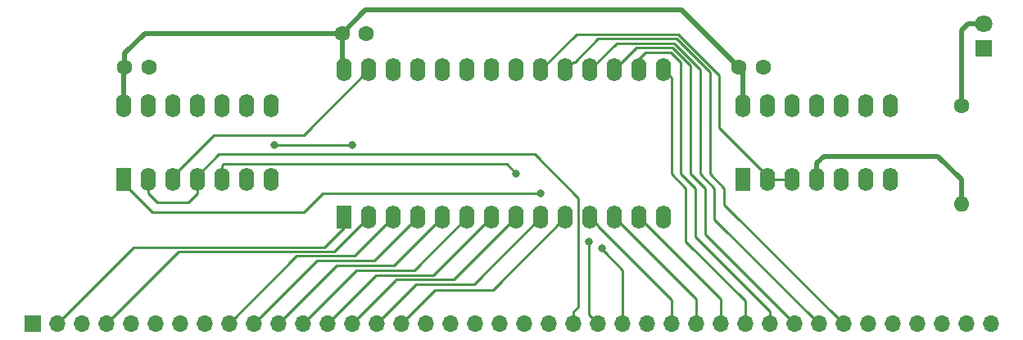
<source format=gbr>
G04 #@! TF.GenerationSoftware,KiCad,Pcbnew,(5.1.2)-2*
G04 #@! TF.CreationDate,2021-09-18T22:38:44+02:00*
G04 #@! TF.ProjectId,aZ80_RAM,615a3830-5f52-4414-9d2e-6b696361645f,rev?*
G04 #@! TF.SameCoordinates,Original*
G04 #@! TF.FileFunction,Copper,L1,Top*
G04 #@! TF.FilePolarity,Positive*
%FSLAX46Y46*%
G04 Gerber Fmt 4.6, Leading zero omitted, Abs format (unit mm)*
G04 Created by KiCad (PCBNEW (5.1.2)-2) date 2021-09-18 22:38:44*
%MOMM*%
%LPD*%
G04 APERTURE LIST*
%ADD10O,1.600000X1.600000*%
%ADD11C,1.600000*%
%ADD12O,1.600000X2.400000*%
%ADD13R,1.600000X2.400000*%
%ADD14C,1.800000*%
%ADD15R,1.800000X1.800000*%
%ADD16O,1.700000X1.700000*%
%ADD17R,1.700000X1.700000*%
%ADD18C,0.800000*%
%ADD19C,0.500000*%
%ADD20C,0.250000*%
G04 APERTURE END LIST*
D10*
X185000000Y-97660000D03*
D11*
X185000000Y-87500000D03*
X123500000Y-80000000D03*
X121000000Y-80000000D03*
D12*
X121220000Y-83760000D03*
X154240000Y-99000000D03*
X123760000Y-83760000D03*
X151700000Y-99000000D03*
X126300000Y-83760000D03*
X149160000Y-99000000D03*
X128840000Y-83760000D03*
X146620000Y-99000000D03*
X131380000Y-83760000D03*
X144080000Y-99000000D03*
X133920000Y-83760000D03*
X141540000Y-99000000D03*
X136460000Y-83760000D03*
X139000000Y-99000000D03*
X139000000Y-83760000D03*
X136460000Y-99000000D03*
X141540000Y-83760000D03*
X133920000Y-99000000D03*
X144080000Y-83760000D03*
X131380000Y-99000000D03*
X146620000Y-83760000D03*
X128840000Y-99000000D03*
X149160000Y-83760000D03*
X126300000Y-99000000D03*
X151700000Y-83760000D03*
X123760000Y-99000000D03*
X154240000Y-83760000D03*
D13*
X121220000Y-99000000D03*
D12*
X98420000Y-87500000D03*
X113660000Y-95120000D03*
X100960000Y-87500000D03*
X111120000Y-95120000D03*
X103500000Y-87500000D03*
X108580000Y-95120000D03*
X106040000Y-87500000D03*
X106040000Y-95120000D03*
X108580000Y-87500000D03*
X103500000Y-95120000D03*
X111120000Y-87500000D03*
X100960000Y-95120000D03*
X113660000Y-87500000D03*
D13*
X98420000Y-95120000D03*
D12*
X162460000Y-87500000D03*
X177700000Y-95120000D03*
X165000000Y-87500000D03*
X175160000Y-95120000D03*
X167540000Y-87500000D03*
X172620000Y-95120000D03*
X170080000Y-87500000D03*
X170080000Y-95120000D03*
X172620000Y-87500000D03*
X167540000Y-95120000D03*
X175160000Y-87500000D03*
X165000000Y-95120000D03*
X177700000Y-87500000D03*
D13*
X162460000Y-95120000D03*
D14*
X187325000Y-78994000D03*
D15*
X187325000Y-81534000D03*
D11*
X101000000Y-83500000D03*
X98500000Y-83500000D03*
X164500000Y-83500000D03*
X162000000Y-83500000D03*
D16*
X188060000Y-110000000D03*
X185520000Y-110000000D03*
X182980000Y-110000000D03*
X180440000Y-110000000D03*
X177900000Y-110000000D03*
X175360000Y-110000000D03*
X172820000Y-110000000D03*
X170280000Y-110000000D03*
X167740000Y-110000000D03*
X165200000Y-110000000D03*
X162660000Y-110000000D03*
X160120000Y-110000000D03*
X157580000Y-110000000D03*
X155040000Y-110000000D03*
X152500000Y-110000000D03*
X149960000Y-110000000D03*
X147420000Y-110000000D03*
X144880000Y-110000000D03*
X142340000Y-110000000D03*
X139800000Y-110000000D03*
X137260000Y-110000000D03*
X134720000Y-110000000D03*
X132180000Y-110000000D03*
X129640000Y-110000000D03*
X127100000Y-110000000D03*
X124560000Y-110000000D03*
X122020000Y-110000000D03*
X119480000Y-110000000D03*
X116940000Y-110000000D03*
X114400000Y-110000000D03*
X111860000Y-110000000D03*
X109320000Y-110000000D03*
X106780000Y-110000000D03*
X104240000Y-110000000D03*
X101700000Y-110000000D03*
X99160000Y-110000000D03*
X96620000Y-110000000D03*
X94080000Y-110000000D03*
X91540000Y-110000000D03*
D17*
X89000000Y-110000000D03*
D18*
X139000000Y-94500000D03*
X147828000Y-102235000D03*
X141500000Y-96500000D03*
X146500000Y-101500000D03*
X122000000Y-91500000D03*
X114000000Y-91500000D03*
D19*
X182980000Y-109450000D02*
X182980000Y-110000000D01*
D20*
X144879999Y-82960001D02*
X145039999Y-82960001D01*
X144080000Y-83760000D02*
X144879999Y-82960001D01*
X147450009Y-80549991D02*
X155549991Y-80549991D01*
X145039999Y-82960001D02*
X147450009Y-80549991D01*
X155549991Y-80549991D02*
X159000000Y-84000000D01*
X159000000Y-84000000D02*
X159000000Y-94500000D01*
X159000000Y-94500000D02*
X160500000Y-96000000D01*
X160500000Y-97680000D02*
X172820000Y-110000000D01*
X160500000Y-96000000D02*
X160500000Y-97680000D01*
X146620000Y-83760000D02*
X149380000Y-81000000D01*
X155272820Y-81000000D02*
X158000000Y-83727180D01*
X149380000Y-81000000D02*
X155272820Y-81000000D01*
X158000000Y-83727180D02*
X158000000Y-94500000D01*
X158000000Y-94500000D02*
X159500000Y-96000000D01*
X159500000Y-99220000D02*
X170280000Y-110000000D01*
X159500000Y-96000000D02*
X159500000Y-99220000D01*
X149160000Y-83760000D02*
X151420000Y-81500000D01*
X155136410Y-81500000D02*
X157000000Y-83363590D01*
X151420000Y-81500000D02*
X155136410Y-81500000D01*
X157000000Y-83363590D02*
X157000000Y-94500000D01*
X157000000Y-94500000D02*
X158500000Y-96000000D01*
X158500000Y-100760000D02*
X167740000Y-110000000D01*
X158500000Y-96000000D02*
X158500000Y-100760000D01*
X151700000Y-82628630D02*
X152328630Y-82000000D01*
X151700000Y-83760000D02*
X151700000Y-82628630D01*
X152328630Y-82000000D02*
X155000000Y-82000000D01*
X155000000Y-82000000D02*
X156000000Y-83000000D01*
X156000000Y-83000000D02*
X156000000Y-94500000D01*
X156000000Y-94500000D02*
X157500000Y-96000000D01*
X157500000Y-96000000D02*
X157500000Y-101000000D01*
X165200000Y-108700000D02*
X165200000Y-110000000D01*
X157500000Y-101000000D02*
X165200000Y-108700000D01*
X155039999Y-84559999D02*
X155039999Y-94539999D01*
X154240000Y-83760000D02*
X155039999Y-84559999D01*
X155039999Y-94539999D02*
X156500000Y-96000000D01*
X156500000Y-96000000D02*
X156500000Y-101500000D01*
X162660000Y-107660000D02*
X162660000Y-110000000D01*
X156500000Y-101500000D02*
X162660000Y-107660000D01*
X160120000Y-107420000D02*
X160120000Y-110000000D01*
X151700000Y-99000000D02*
X160120000Y-107420000D01*
X157580000Y-107420000D02*
X157580000Y-110000000D01*
X149160000Y-99000000D02*
X157580000Y-107420000D01*
X147419999Y-99799999D02*
X147419999Y-99919999D01*
X146620000Y-99000000D02*
X147419999Y-99799999D01*
X155040000Y-107540000D02*
X155040000Y-110000000D01*
X147419999Y-99919999D02*
X155040000Y-107540000D01*
D19*
X98420000Y-83580000D02*
X98500000Y-83500000D01*
X98420000Y-87500000D02*
X98420000Y-83580000D01*
X100594000Y-80000000D02*
X121000000Y-80000000D01*
X98500000Y-83500000D02*
X98500000Y-82094000D01*
X98500000Y-82094000D02*
X100594000Y-80000000D01*
X121000000Y-83540000D02*
X121220000Y-83760000D01*
X121000000Y-80000000D02*
X121000000Y-83540000D01*
X162460000Y-83960000D02*
X162000000Y-83500000D01*
X162460000Y-87500000D02*
X162460000Y-83960000D01*
X162000000Y-83500000D02*
X156097000Y-77597000D01*
X123403000Y-77597000D02*
X121000000Y-80000000D01*
X156097000Y-77597000D02*
X123403000Y-77597000D01*
D20*
X144080000Y-99000000D02*
X136580000Y-106500000D01*
X130600000Y-106500000D02*
X127100000Y-110000000D01*
X136580000Y-106500000D02*
X130600000Y-106500000D01*
X125409999Y-109150001D02*
X124560000Y-110000000D01*
X128659980Y-105900020D02*
X125409999Y-109150001D01*
X134639980Y-105900020D02*
X128659980Y-105900020D01*
X141540000Y-99000000D02*
X134639980Y-105900020D01*
X132549990Y-105450010D02*
X126549990Y-105450010D01*
X139000000Y-99000000D02*
X132549990Y-105450010D01*
X126549990Y-105470010D02*
X122020000Y-110000000D01*
X126549990Y-105450010D02*
X126549990Y-105470010D01*
X136460000Y-99000000D02*
X130460000Y-105000000D01*
X124480000Y-105000000D02*
X119480000Y-110000000D01*
X130460000Y-105000000D02*
X124480000Y-105000000D01*
X122489990Y-104450010D02*
X116940000Y-110000000D01*
X133920000Y-99000000D02*
X128469990Y-104450010D01*
X128469990Y-104450010D02*
X122489990Y-104450010D01*
X131380000Y-99000000D02*
X126380000Y-104000000D01*
X120400000Y-104000000D02*
X114400000Y-110000000D01*
X126380000Y-104000000D02*
X120400000Y-104000000D01*
X128840000Y-99000000D02*
X124340000Y-103500000D01*
X118360000Y-103500000D02*
X111860000Y-110000000D01*
X124340000Y-103500000D02*
X118360000Y-103500000D01*
X126300000Y-99000000D02*
X122300000Y-103000000D01*
X116320000Y-103000000D02*
X109320000Y-110000000D01*
X122300000Y-103000000D02*
X116320000Y-103000000D01*
X97469999Y-109150001D02*
X96620000Y-110000000D01*
X104070010Y-102549990D02*
X97469999Y-109150001D01*
X120210010Y-102549990D02*
X104070010Y-102549990D01*
X123760000Y-99000000D02*
X120210010Y-102549990D01*
X92389999Y-109150001D02*
X91540000Y-110000000D01*
X99440020Y-102099980D02*
X92389999Y-109150001D01*
X119170020Y-102099980D02*
X99440020Y-102099980D01*
X121220000Y-100050000D02*
X119170020Y-102099980D01*
X121220000Y-99000000D02*
X121220000Y-100050000D01*
D19*
X187325000Y-78994000D02*
X185674000Y-78994000D01*
X185000000Y-79668000D02*
X185000000Y-87500000D01*
X185674000Y-78994000D02*
X185000000Y-79668000D01*
D20*
X108580000Y-93670000D02*
X108750000Y-93500000D01*
X108580000Y-95120000D02*
X108580000Y-93670000D01*
X108750000Y-93500000D02*
X138000000Y-93500000D01*
X138000000Y-93500000D02*
X139000000Y-94500000D01*
X149960000Y-104460000D02*
X149960000Y-110000000D01*
X147828000Y-102328000D02*
X148162500Y-102662500D01*
X147828000Y-102235000D02*
X147828000Y-102328000D01*
X148000000Y-102500000D02*
X148162500Y-102662500D01*
X148162500Y-102662500D02*
X149960000Y-104460000D01*
X98420000Y-95520000D02*
X101400000Y-98500000D01*
X98420000Y-95120000D02*
X98420000Y-95520000D01*
X101400000Y-98500000D02*
X117000000Y-98500000D01*
X117000000Y-98500000D02*
X119000000Y-96500000D01*
X119000000Y-96500000D02*
X141500000Y-96500000D01*
X146500000Y-109080000D02*
X147420000Y-110000000D01*
X146500000Y-101500000D02*
X146500000Y-109080000D01*
X144880000Y-110000000D02*
X145205001Y-109674999D01*
X100960000Y-96570000D02*
X100960000Y-95120000D01*
X101890000Y-97500000D02*
X100960000Y-96570000D01*
X105110000Y-97500000D02*
X101890000Y-97500000D01*
X106040000Y-96570000D02*
X105110000Y-97500000D01*
X106040000Y-95120000D02*
X106040000Y-96570000D01*
X144880000Y-108797919D02*
X144880000Y-110000000D01*
X106040000Y-95120000D02*
X106040000Y-94720000D01*
X106040000Y-94720000D02*
X108260000Y-92500000D01*
X108260000Y-92500000D02*
X140887000Y-92500000D01*
X140887000Y-92500000D02*
X145421597Y-97034597D01*
X145421597Y-97034597D02*
X145421597Y-108256322D01*
X145421597Y-108256322D02*
X144880000Y-108797919D01*
D19*
X170080000Y-93420000D02*
X170790000Y-92710000D01*
X170080000Y-95120000D02*
X170080000Y-93420000D01*
X182590000Y-92710000D02*
X185000000Y-95120000D01*
X170790000Y-92710000D02*
X182590000Y-92710000D01*
X185000000Y-95120000D02*
X185000000Y-97660000D01*
D20*
X155736392Y-80099982D02*
X160000000Y-84363590D01*
X141540000Y-83760000D02*
X145200018Y-80099982D01*
X145200018Y-80099982D02*
X155736392Y-80099982D01*
X165000000Y-94720000D02*
X165000000Y-95120000D01*
X160000000Y-89720000D02*
X165000000Y-94720000D01*
X160000000Y-84363590D02*
X160000000Y-89720000D01*
X165000000Y-95120000D02*
X167540000Y-95120000D01*
X122000000Y-91500000D02*
X114000000Y-91500000D01*
X123760000Y-83760000D02*
X117020000Y-90500000D01*
X103500000Y-94720000D02*
X103500000Y-95120000D01*
X107720000Y-90500000D02*
X103500000Y-94720000D01*
X117020000Y-90500000D02*
X107720000Y-90500000D01*
M02*

</source>
